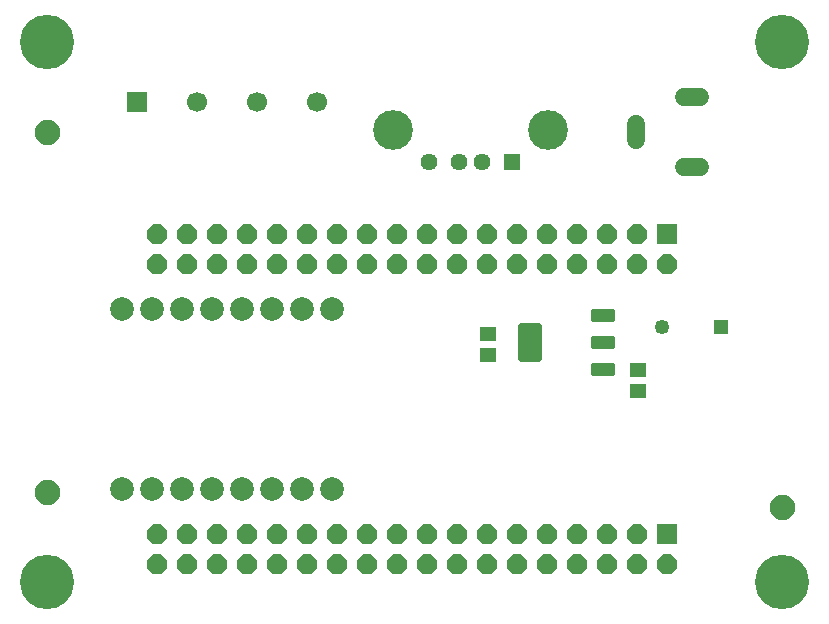
<source format=gbr>
G04 EAGLE Gerber RS-274X export*
G75*
%MOMM*%
%FSLAX34Y34*%
%LPD*%
%INSoldermask Bottom*%
%IPPOS*%
%AMOC8*
5,1,8,0,0,1.08239X$1,22.5*%
G01*
%ADD10R,1.422400X1.295400*%
%ADD11C,0.609600*%
%ADD12C,1.168400*%
%ADD13R,1.692400X1.692400*%
%ADD14C,1.692400*%
%ADD15R,1.440400X1.440400*%
%ADD16C,1.440400*%
%ADD17C,3.372400*%
%ADD18C,1.552400*%
%ADD19C,2.000400*%
%ADD20R,1.676400X1.676400*%
%ADD21P,1.814519X8X202.500000*%
%ADD22C,0.389663*%
%ADD23C,0.617644*%
%ADD24R,1.252400X1.252400*%
%ADD25C,1.252400*%
%ADD26C,4.597400*%


D10*
X538480Y199390D03*
X538480Y217170D03*
X411480Y229870D03*
X411480Y247650D03*
D11*
X652780Y101600D02*
X652782Y101787D01*
X652789Y101974D01*
X652801Y102161D01*
X652817Y102347D01*
X652837Y102533D01*
X652862Y102718D01*
X652892Y102903D01*
X652926Y103087D01*
X652965Y103270D01*
X653008Y103452D01*
X653056Y103632D01*
X653108Y103812D01*
X653165Y103990D01*
X653225Y104167D01*
X653291Y104342D01*
X653360Y104516D01*
X653434Y104688D01*
X653512Y104858D01*
X653594Y105026D01*
X653680Y105192D01*
X653770Y105356D01*
X653864Y105517D01*
X653962Y105677D01*
X654064Y105833D01*
X654170Y105988D01*
X654280Y106139D01*
X654393Y106288D01*
X654510Y106434D01*
X654630Y106577D01*
X654754Y106717D01*
X654881Y106854D01*
X655012Y106988D01*
X655146Y107119D01*
X655283Y107246D01*
X655423Y107370D01*
X655566Y107490D01*
X655712Y107607D01*
X655861Y107720D01*
X656012Y107830D01*
X656167Y107936D01*
X656323Y108038D01*
X656483Y108136D01*
X656644Y108230D01*
X656808Y108320D01*
X656974Y108406D01*
X657142Y108488D01*
X657312Y108566D01*
X657484Y108640D01*
X657658Y108709D01*
X657833Y108775D01*
X658010Y108835D01*
X658188Y108892D01*
X658368Y108944D01*
X658548Y108992D01*
X658730Y109035D01*
X658913Y109074D01*
X659097Y109108D01*
X659282Y109138D01*
X659467Y109163D01*
X659653Y109183D01*
X659839Y109199D01*
X660026Y109211D01*
X660213Y109218D01*
X660400Y109220D01*
X660587Y109218D01*
X660774Y109211D01*
X660961Y109199D01*
X661147Y109183D01*
X661333Y109163D01*
X661518Y109138D01*
X661703Y109108D01*
X661887Y109074D01*
X662070Y109035D01*
X662252Y108992D01*
X662432Y108944D01*
X662612Y108892D01*
X662790Y108835D01*
X662967Y108775D01*
X663142Y108709D01*
X663316Y108640D01*
X663488Y108566D01*
X663658Y108488D01*
X663826Y108406D01*
X663992Y108320D01*
X664156Y108230D01*
X664317Y108136D01*
X664477Y108038D01*
X664633Y107936D01*
X664788Y107830D01*
X664939Y107720D01*
X665088Y107607D01*
X665234Y107490D01*
X665377Y107370D01*
X665517Y107246D01*
X665654Y107119D01*
X665788Y106988D01*
X665919Y106854D01*
X666046Y106717D01*
X666170Y106577D01*
X666290Y106434D01*
X666407Y106288D01*
X666520Y106139D01*
X666630Y105988D01*
X666736Y105833D01*
X666838Y105677D01*
X666936Y105517D01*
X667030Y105356D01*
X667120Y105192D01*
X667206Y105026D01*
X667288Y104858D01*
X667366Y104688D01*
X667440Y104516D01*
X667509Y104342D01*
X667575Y104167D01*
X667635Y103990D01*
X667692Y103812D01*
X667744Y103632D01*
X667792Y103452D01*
X667835Y103270D01*
X667874Y103087D01*
X667908Y102903D01*
X667938Y102718D01*
X667963Y102533D01*
X667983Y102347D01*
X667999Y102161D01*
X668011Y101974D01*
X668018Y101787D01*
X668020Y101600D01*
X668018Y101413D01*
X668011Y101226D01*
X667999Y101039D01*
X667983Y100853D01*
X667963Y100667D01*
X667938Y100482D01*
X667908Y100297D01*
X667874Y100113D01*
X667835Y99930D01*
X667792Y99748D01*
X667744Y99568D01*
X667692Y99388D01*
X667635Y99210D01*
X667575Y99033D01*
X667509Y98858D01*
X667440Y98684D01*
X667366Y98512D01*
X667288Y98342D01*
X667206Y98174D01*
X667120Y98008D01*
X667030Y97844D01*
X666936Y97683D01*
X666838Y97523D01*
X666736Y97367D01*
X666630Y97212D01*
X666520Y97061D01*
X666407Y96912D01*
X666290Y96766D01*
X666170Y96623D01*
X666046Y96483D01*
X665919Y96346D01*
X665788Y96212D01*
X665654Y96081D01*
X665517Y95954D01*
X665377Y95830D01*
X665234Y95710D01*
X665088Y95593D01*
X664939Y95480D01*
X664788Y95370D01*
X664633Y95264D01*
X664477Y95162D01*
X664317Y95064D01*
X664156Y94970D01*
X663992Y94880D01*
X663826Y94794D01*
X663658Y94712D01*
X663488Y94634D01*
X663316Y94560D01*
X663142Y94491D01*
X662967Y94425D01*
X662790Y94365D01*
X662612Y94308D01*
X662432Y94256D01*
X662252Y94208D01*
X662070Y94165D01*
X661887Y94126D01*
X661703Y94092D01*
X661518Y94062D01*
X661333Y94037D01*
X661147Y94017D01*
X660961Y94001D01*
X660774Y93989D01*
X660587Y93982D01*
X660400Y93980D01*
X660213Y93982D01*
X660026Y93989D01*
X659839Y94001D01*
X659653Y94017D01*
X659467Y94037D01*
X659282Y94062D01*
X659097Y94092D01*
X658913Y94126D01*
X658730Y94165D01*
X658548Y94208D01*
X658368Y94256D01*
X658188Y94308D01*
X658010Y94365D01*
X657833Y94425D01*
X657658Y94491D01*
X657484Y94560D01*
X657312Y94634D01*
X657142Y94712D01*
X656974Y94794D01*
X656808Y94880D01*
X656644Y94970D01*
X656483Y95064D01*
X656323Y95162D01*
X656167Y95264D01*
X656012Y95370D01*
X655861Y95480D01*
X655712Y95593D01*
X655566Y95710D01*
X655423Y95830D01*
X655283Y95954D01*
X655146Y96081D01*
X655012Y96212D01*
X654881Y96346D01*
X654754Y96483D01*
X654630Y96623D01*
X654510Y96766D01*
X654393Y96912D01*
X654280Y97061D01*
X654170Y97212D01*
X654064Y97367D01*
X653962Y97523D01*
X653864Y97683D01*
X653770Y97844D01*
X653680Y98008D01*
X653594Y98174D01*
X653512Y98342D01*
X653434Y98512D01*
X653360Y98684D01*
X653291Y98858D01*
X653225Y99033D01*
X653165Y99210D01*
X653108Y99388D01*
X653056Y99568D01*
X653008Y99748D01*
X652965Y99930D01*
X652926Y100113D01*
X652892Y100297D01*
X652862Y100482D01*
X652837Y100667D01*
X652817Y100853D01*
X652801Y101039D01*
X652789Y101226D01*
X652782Y101413D01*
X652780Y101600D01*
D12*
X660400Y101600D03*
D11*
X30480Y419100D02*
X30482Y419287D01*
X30489Y419474D01*
X30501Y419661D01*
X30517Y419847D01*
X30537Y420033D01*
X30562Y420218D01*
X30592Y420403D01*
X30626Y420587D01*
X30665Y420770D01*
X30708Y420952D01*
X30756Y421132D01*
X30808Y421312D01*
X30865Y421490D01*
X30925Y421667D01*
X30991Y421842D01*
X31060Y422016D01*
X31134Y422188D01*
X31212Y422358D01*
X31294Y422526D01*
X31380Y422692D01*
X31470Y422856D01*
X31564Y423017D01*
X31662Y423177D01*
X31764Y423333D01*
X31870Y423488D01*
X31980Y423639D01*
X32093Y423788D01*
X32210Y423934D01*
X32330Y424077D01*
X32454Y424217D01*
X32581Y424354D01*
X32712Y424488D01*
X32846Y424619D01*
X32983Y424746D01*
X33123Y424870D01*
X33266Y424990D01*
X33412Y425107D01*
X33561Y425220D01*
X33712Y425330D01*
X33867Y425436D01*
X34023Y425538D01*
X34183Y425636D01*
X34344Y425730D01*
X34508Y425820D01*
X34674Y425906D01*
X34842Y425988D01*
X35012Y426066D01*
X35184Y426140D01*
X35358Y426209D01*
X35533Y426275D01*
X35710Y426335D01*
X35888Y426392D01*
X36068Y426444D01*
X36248Y426492D01*
X36430Y426535D01*
X36613Y426574D01*
X36797Y426608D01*
X36982Y426638D01*
X37167Y426663D01*
X37353Y426683D01*
X37539Y426699D01*
X37726Y426711D01*
X37913Y426718D01*
X38100Y426720D01*
X38287Y426718D01*
X38474Y426711D01*
X38661Y426699D01*
X38847Y426683D01*
X39033Y426663D01*
X39218Y426638D01*
X39403Y426608D01*
X39587Y426574D01*
X39770Y426535D01*
X39952Y426492D01*
X40132Y426444D01*
X40312Y426392D01*
X40490Y426335D01*
X40667Y426275D01*
X40842Y426209D01*
X41016Y426140D01*
X41188Y426066D01*
X41358Y425988D01*
X41526Y425906D01*
X41692Y425820D01*
X41856Y425730D01*
X42017Y425636D01*
X42177Y425538D01*
X42333Y425436D01*
X42488Y425330D01*
X42639Y425220D01*
X42788Y425107D01*
X42934Y424990D01*
X43077Y424870D01*
X43217Y424746D01*
X43354Y424619D01*
X43488Y424488D01*
X43619Y424354D01*
X43746Y424217D01*
X43870Y424077D01*
X43990Y423934D01*
X44107Y423788D01*
X44220Y423639D01*
X44330Y423488D01*
X44436Y423333D01*
X44538Y423177D01*
X44636Y423017D01*
X44730Y422856D01*
X44820Y422692D01*
X44906Y422526D01*
X44988Y422358D01*
X45066Y422188D01*
X45140Y422016D01*
X45209Y421842D01*
X45275Y421667D01*
X45335Y421490D01*
X45392Y421312D01*
X45444Y421132D01*
X45492Y420952D01*
X45535Y420770D01*
X45574Y420587D01*
X45608Y420403D01*
X45638Y420218D01*
X45663Y420033D01*
X45683Y419847D01*
X45699Y419661D01*
X45711Y419474D01*
X45718Y419287D01*
X45720Y419100D01*
X45718Y418913D01*
X45711Y418726D01*
X45699Y418539D01*
X45683Y418353D01*
X45663Y418167D01*
X45638Y417982D01*
X45608Y417797D01*
X45574Y417613D01*
X45535Y417430D01*
X45492Y417248D01*
X45444Y417068D01*
X45392Y416888D01*
X45335Y416710D01*
X45275Y416533D01*
X45209Y416358D01*
X45140Y416184D01*
X45066Y416012D01*
X44988Y415842D01*
X44906Y415674D01*
X44820Y415508D01*
X44730Y415344D01*
X44636Y415183D01*
X44538Y415023D01*
X44436Y414867D01*
X44330Y414712D01*
X44220Y414561D01*
X44107Y414412D01*
X43990Y414266D01*
X43870Y414123D01*
X43746Y413983D01*
X43619Y413846D01*
X43488Y413712D01*
X43354Y413581D01*
X43217Y413454D01*
X43077Y413330D01*
X42934Y413210D01*
X42788Y413093D01*
X42639Y412980D01*
X42488Y412870D01*
X42333Y412764D01*
X42177Y412662D01*
X42017Y412564D01*
X41856Y412470D01*
X41692Y412380D01*
X41526Y412294D01*
X41358Y412212D01*
X41188Y412134D01*
X41016Y412060D01*
X40842Y411991D01*
X40667Y411925D01*
X40490Y411865D01*
X40312Y411808D01*
X40132Y411756D01*
X39952Y411708D01*
X39770Y411665D01*
X39587Y411626D01*
X39403Y411592D01*
X39218Y411562D01*
X39033Y411537D01*
X38847Y411517D01*
X38661Y411501D01*
X38474Y411489D01*
X38287Y411482D01*
X38100Y411480D01*
X37913Y411482D01*
X37726Y411489D01*
X37539Y411501D01*
X37353Y411517D01*
X37167Y411537D01*
X36982Y411562D01*
X36797Y411592D01*
X36613Y411626D01*
X36430Y411665D01*
X36248Y411708D01*
X36068Y411756D01*
X35888Y411808D01*
X35710Y411865D01*
X35533Y411925D01*
X35358Y411991D01*
X35184Y412060D01*
X35012Y412134D01*
X34842Y412212D01*
X34674Y412294D01*
X34508Y412380D01*
X34344Y412470D01*
X34183Y412564D01*
X34023Y412662D01*
X33867Y412764D01*
X33712Y412870D01*
X33561Y412980D01*
X33412Y413093D01*
X33266Y413210D01*
X33123Y413330D01*
X32983Y413454D01*
X32846Y413581D01*
X32712Y413712D01*
X32581Y413846D01*
X32454Y413983D01*
X32330Y414123D01*
X32210Y414266D01*
X32093Y414412D01*
X31980Y414561D01*
X31870Y414712D01*
X31764Y414867D01*
X31662Y415023D01*
X31564Y415183D01*
X31470Y415344D01*
X31380Y415508D01*
X31294Y415674D01*
X31212Y415842D01*
X31134Y416012D01*
X31060Y416184D01*
X30991Y416358D01*
X30925Y416533D01*
X30865Y416710D01*
X30808Y416888D01*
X30756Y417068D01*
X30708Y417248D01*
X30665Y417430D01*
X30626Y417613D01*
X30592Y417797D01*
X30562Y417982D01*
X30537Y418167D01*
X30517Y418353D01*
X30501Y418539D01*
X30489Y418726D01*
X30482Y418913D01*
X30480Y419100D01*
D12*
X38100Y419100D03*
D13*
X114300Y444500D03*
D14*
X165100Y444500D03*
X215900Y444500D03*
X266700Y444500D03*
D15*
X431800Y393700D03*
D16*
X406800Y393700D03*
X386800Y393700D03*
X361800Y393700D03*
D17*
X462500Y420800D03*
X331100Y420800D03*
D18*
X577200Y449100D02*
X591200Y449100D01*
X591200Y389100D02*
X577200Y389100D01*
X537200Y412100D02*
X537200Y426100D01*
D19*
X279400Y269240D03*
X254000Y269240D03*
X228600Y269240D03*
X203200Y269240D03*
X177800Y269240D03*
X152400Y269240D03*
X127000Y269240D03*
X101600Y269240D03*
X101600Y116840D03*
X127000Y116840D03*
X152400Y116840D03*
X177800Y116840D03*
X203200Y116840D03*
X228600Y116840D03*
X254000Y116840D03*
X279400Y116840D03*
D20*
X563200Y333000D03*
D21*
X563200Y307600D03*
X537800Y333000D03*
X537800Y307600D03*
X512400Y333000D03*
X512400Y307600D03*
X487000Y333000D03*
X487000Y307600D03*
X461600Y333000D03*
X461600Y307600D03*
X436200Y333000D03*
X436200Y307600D03*
X410800Y333000D03*
X410800Y307600D03*
X385400Y333000D03*
X385400Y307600D03*
X360000Y333000D03*
X360000Y307600D03*
X334600Y333000D03*
X334600Y307600D03*
X309200Y333000D03*
X309200Y307600D03*
X283800Y333000D03*
X283800Y307600D03*
X258400Y333000D03*
X258400Y307600D03*
X233000Y333000D03*
X233000Y307600D03*
X207600Y333000D03*
X207600Y307600D03*
X182200Y333000D03*
X182200Y307600D03*
X156800Y333000D03*
X156800Y307600D03*
X131400Y333000D03*
X131400Y307600D03*
D20*
X563200Y79000D03*
D21*
X563200Y53600D03*
X537800Y79000D03*
X537800Y53600D03*
X512400Y79000D03*
X512400Y53600D03*
X487000Y79000D03*
X487000Y53600D03*
X461600Y79000D03*
X461600Y53600D03*
X436200Y79000D03*
X436200Y53600D03*
X410800Y79000D03*
X410800Y53600D03*
X385400Y79000D03*
X385400Y53600D03*
X360000Y79000D03*
X360000Y53600D03*
X334600Y79000D03*
X334600Y53600D03*
X309200Y79000D03*
X309200Y53600D03*
X283800Y79000D03*
X283800Y53600D03*
X258400Y79000D03*
X258400Y53600D03*
X233000Y79000D03*
X233000Y53600D03*
X207600Y79000D03*
X207600Y53600D03*
X182200Y79000D03*
X182200Y53600D03*
X156800Y79000D03*
X156800Y53600D03*
X131400Y79000D03*
X131400Y53600D03*
D22*
X500356Y267764D02*
X516384Y267764D01*
X516384Y260836D01*
X500356Y260836D01*
X500356Y267764D01*
X500356Y264538D02*
X516384Y264538D01*
X516384Y244764D02*
X500356Y244764D01*
X516384Y244764D02*
X516384Y237836D01*
X500356Y237836D01*
X500356Y244764D01*
X500356Y241538D02*
X516384Y241538D01*
X516384Y221764D02*
X500356Y221764D01*
X516384Y221764D02*
X516384Y214836D01*
X500356Y214836D01*
X500356Y221764D01*
X500356Y218538D02*
X516384Y218538D01*
D23*
X453544Y254924D02*
X439796Y254924D01*
X453544Y254924D02*
X453544Y227676D01*
X439796Y227676D01*
X439796Y254924D01*
X439796Y233543D02*
X453544Y233543D01*
X453544Y239410D02*
X439796Y239410D01*
X439796Y245277D02*
X453544Y245277D01*
X453544Y251144D02*
X439796Y251144D01*
D24*
X609200Y254000D03*
D25*
X559200Y254000D03*
D26*
X38100Y38100D03*
X38100Y495300D03*
X660400Y495300D03*
X660400Y38100D03*
D11*
X30480Y114300D02*
X30482Y114487D01*
X30489Y114674D01*
X30501Y114861D01*
X30517Y115047D01*
X30537Y115233D01*
X30562Y115418D01*
X30592Y115603D01*
X30626Y115787D01*
X30665Y115970D01*
X30708Y116152D01*
X30756Y116332D01*
X30808Y116512D01*
X30865Y116690D01*
X30925Y116867D01*
X30991Y117042D01*
X31060Y117216D01*
X31134Y117388D01*
X31212Y117558D01*
X31294Y117726D01*
X31380Y117892D01*
X31470Y118056D01*
X31564Y118217D01*
X31662Y118377D01*
X31764Y118533D01*
X31870Y118688D01*
X31980Y118839D01*
X32093Y118988D01*
X32210Y119134D01*
X32330Y119277D01*
X32454Y119417D01*
X32581Y119554D01*
X32712Y119688D01*
X32846Y119819D01*
X32983Y119946D01*
X33123Y120070D01*
X33266Y120190D01*
X33412Y120307D01*
X33561Y120420D01*
X33712Y120530D01*
X33867Y120636D01*
X34023Y120738D01*
X34183Y120836D01*
X34344Y120930D01*
X34508Y121020D01*
X34674Y121106D01*
X34842Y121188D01*
X35012Y121266D01*
X35184Y121340D01*
X35358Y121409D01*
X35533Y121475D01*
X35710Y121535D01*
X35888Y121592D01*
X36068Y121644D01*
X36248Y121692D01*
X36430Y121735D01*
X36613Y121774D01*
X36797Y121808D01*
X36982Y121838D01*
X37167Y121863D01*
X37353Y121883D01*
X37539Y121899D01*
X37726Y121911D01*
X37913Y121918D01*
X38100Y121920D01*
X38287Y121918D01*
X38474Y121911D01*
X38661Y121899D01*
X38847Y121883D01*
X39033Y121863D01*
X39218Y121838D01*
X39403Y121808D01*
X39587Y121774D01*
X39770Y121735D01*
X39952Y121692D01*
X40132Y121644D01*
X40312Y121592D01*
X40490Y121535D01*
X40667Y121475D01*
X40842Y121409D01*
X41016Y121340D01*
X41188Y121266D01*
X41358Y121188D01*
X41526Y121106D01*
X41692Y121020D01*
X41856Y120930D01*
X42017Y120836D01*
X42177Y120738D01*
X42333Y120636D01*
X42488Y120530D01*
X42639Y120420D01*
X42788Y120307D01*
X42934Y120190D01*
X43077Y120070D01*
X43217Y119946D01*
X43354Y119819D01*
X43488Y119688D01*
X43619Y119554D01*
X43746Y119417D01*
X43870Y119277D01*
X43990Y119134D01*
X44107Y118988D01*
X44220Y118839D01*
X44330Y118688D01*
X44436Y118533D01*
X44538Y118377D01*
X44636Y118217D01*
X44730Y118056D01*
X44820Y117892D01*
X44906Y117726D01*
X44988Y117558D01*
X45066Y117388D01*
X45140Y117216D01*
X45209Y117042D01*
X45275Y116867D01*
X45335Y116690D01*
X45392Y116512D01*
X45444Y116332D01*
X45492Y116152D01*
X45535Y115970D01*
X45574Y115787D01*
X45608Y115603D01*
X45638Y115418D01*
X45663Y115233D01*
X45683Y115047D01*
X45699Y114861D01*
X45711Y114674D01*
X45718Y114487D01*
X45720Y114300D01*
X45718Y114113D01*
X45711Y113926D01*
X45699Y113739D01*
X45683Y113553D01*
X45663Y113367D01*
X45638Y113182D01*
X45608Y112997D01*
X45574Y112813D01*
X45535Y112630D01*
X45492Y112448D01*
X45444Y112268D01*
X45392Y112088D01*
X45335Y111910D01*
X45275Y111733D01*
X45209Y111558D01*
X45140Y111384D01*
X45066Y111212D01*
X44988Y111042D01*
X44906Y110874D01*
X44820Y110708D01*
X44730Y110544D01*
X44636Y110383D01*
X44538Y110223D01*
X44436Y110067D01*
X44330Y109912D01*
X44220Y109761D01*
X44107Y109612D01*
X43990Y109466D01*
X43870Y109323D01*
X43746Y109183D01*
X43619Y109046D01*
X43488Y108912D01*
X43354Y108781D01*
X43217Y108654D01*
X43077Y108530D01*
X42934Y108410D01*
X42788Y108293D01*
X42639Y108180D01*
X42488Y108070D01*
X42333Y107964D01*
X42177Y107862D01*
X42017Y107764D01*
X41856Y107670D01*
X41692Y107580D01*
X41526Y107494D01*
X41358Y107412D01*
X41188Y107334D01*
X41016Y107260D01*
X40842Y107191D01*
X40667Y107125D01*
X40490Y107065D01*
X40312Y107008D01*
X40132Y106956D01*
X39952Y106908D01*
X39770Y106865D01*
X39587Y106826D01*
X39403Y106792D01*
X39218Y106762D01*
X39033Y106737D01*
X38847Y106717D01*
X38661Y106701D01*
X38474Y106689D01*
X38287Y106682D01*
X38100Y106680D01*
X37913Y106682D01*
X37726Y106689D01*
X37539Y106701D01*
X37353Y106717D01*
X37167Y106737D01*
X36982Y106762D01*
X36797Y106792D01*
X36613Y106826D01*
X36430Y106865D01*
X36248Y106908D01*
X36068Y106956D01*
X35888Y107008D01*
X35710Y107065D01*
X35533Y107125D01*
X35358Y107191D01*
X35184Y107260D01*
X35012Y107334D01*
X34842Y107412D01*
X34674Y107494D01*
X34508Y107580D01*
X34344Y107670D01*
X34183Y107764D01*
X34023Y107862D01*
X33867Y107964D01*
X33712Y108070D01*
X33561Y108180D01*
X33412Y108293D01*
X33266Y108410D01*
X33123Y108530D01*
X32983Y108654D01*
X32846Y108781D01*
X32712Y108912D01*
X32581Y109046D01*
X32454Y109183D01*
X32330Y109323D01*
X32210Y109466D01*
X32093Y109612D01*
X31980Y109761D01*
X31870Y109912D01*
X31764Y110067D01*
X31662Y110223D01*
X31564Y110383D01*
X31470Y110544D01*
X31380Y110708D01*
X31294Y110874D01*
X31212Y111042D01*
X31134Y111212D01*
X31060Y111384D01*
X30991Y111558D01*
X30925Y111733D01*
X30865Y111910D01*
X30808Y112088D01*
X30756Y112268D01*
X30708Y112448D01*
X30665Y112630D01*
X30626Y112813D01*
X30592Y112997D01*
X30562Y113182D01*
X30537Y113367D01*
X30517Y113553D01*
X30501Y113739D01*
X30489Y113926D01*
X30482Y114113D01*
X30480Y114300D01*
D12*
X38100Y114300D03*
M02*

</source>
